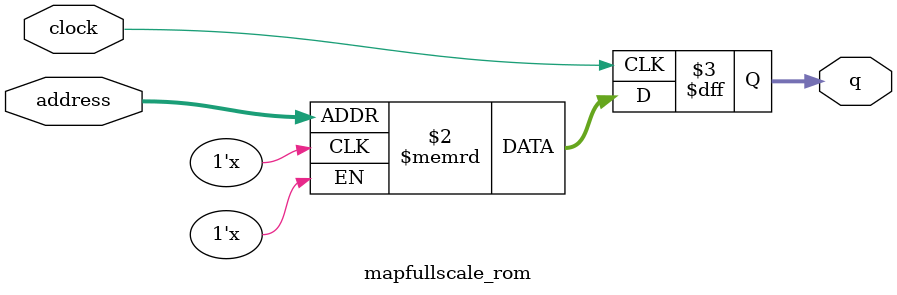
<source format=sv>
module mapfullscale_rom (
	input logic clock,
	input logic [19:0] address,
	output logic [3:0] q
);

logic [3:0] memory [0:614399] /* synthesis ram_init_file = "./mapfullscale/mapfullscale.mif" */;

always_ff @ (posedge clock) begin
	q <= memory[address];
end

endmodule

</source>
